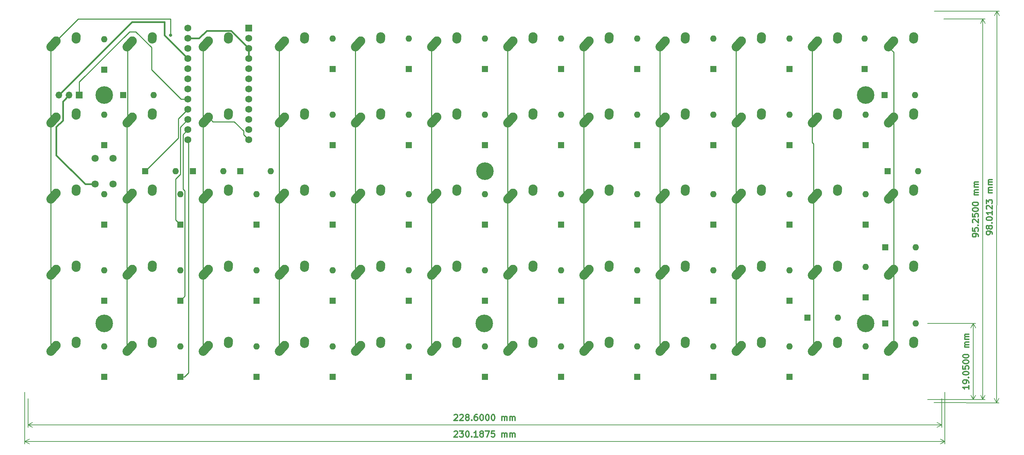
<source format=gtl>
G04 #@! TF.GenerationSoftware,KiCad,Pcbnew,(6.0.9)*
G04 #@! TF.CreationDate,2022-12-21T21:08:13+01:00*
G04 #@! TF.ProjectId,t-rex,742d7265-782e-46b6-9963-61645f706362,rev?*
G04 #@! TF.SameCoordinates,Original*
G04 #@! TF.FileFunction,Copper,L1,Top*
G04 #@! TF.FilePolarity,Positive*
%FSLAX46Y46*%
G04 Gerber Fmt 4.6, Leading zero omitted, Abs format (unit mm)*
G04 Created by KiCad (PCBNEW (6.0.9)) date 2022-12-21 21:08:13*
%MOMM*%
%LPD*%
G01*
G04 APERTURE LIST*
G04 Aperture macros list*
%AMHorizOval*
0 Thick line with rounded ends*
0 $1 width*
0 $2 $3 position (X,Y) of the first rounded end (center of the circle)*
0 $4 $5 position (X,Y) of the second rounded end (center of the circle)*
0 Add line between two ends*
20,1,$1,$2,$3,$4,$5,0*
0 Add two circle primitives to create the rounded ends*
1,1,$1,$2,$3*
1,1,$1,$4,$5*%
G04 Aperture macros list end*
%ADD10C,0.300000*%
G04 #@! TA.AperFunction,NonConductor*
%ADD11C,0.300000*%
G04 #@! TD*
G04 #@! TA.AperFunction,NonConductor*
%ADD12C,0.200000*%
G04 #@! TD*
G04 #@! TA.AperFunction,ComponentPad*
%ADD13C,4.400000*%
G04 #@! TD*
G04 #@! TA.AperFunction,ComponentPad*
%ADD14R,1.600000X1.600000*%
G04 #@! TD*
G04 #@! TA.AperFunction,ComponentPad*
%ADD15O,1.600000X1.600000*%
G04 #@! TD*
G04 #@! TA.AperFunction,ComponentPad*
%ADD16HorizOval,2.250000X0.655001X0.730000X-0.655001X-0.730000X0*%
G04 #@! TD*
G04 #@! TA.AperFunction,ComponentPad*
%ADD17C,2.250000*%
G04 #@! TD*
G04 #@! TA.AperFunction,ComponentPad*
%ADD18HorizOval,2.250000X0.020000X0.290000X-0.020000X-0.290000X0*%
G04 #@! TD*
G04 #@! TA.AperFunction,ComponentPad*
%ADD19R,1.700000X1.700000*%
G04 #@! TD*
G04 #@! TA.AperFunction,ComponentPad*
%ADD20O,1.700000X1.700000*%
G04 #@! TD*
G04 #@! TA.AperFunction,ComponentPad*
%ADD21C,1.800000*%
G04 #@! TD*
G04 #@! TA.AperFunction,ComponentPad*
%ADD22R,1.752600X1.752600*%
G04 #@! TD*
G04 #@! TA.AperFunction,ComponentPad*
%ADD23C,1.752600*%
G04 #@! TD*
G04 #@! TA.AperFunction,ViaPad*
%ADD24C,0.800000*%
G04 #@! TD*
G04 #@! TA.AperFunction,Conductor*
%ADD25C,0.250000*%
G04 #@! TD*
G04 #@! TA.AperFunction,Conductor*
%ADD26C,0.381000*%
G04 #@! TD*
G04 APERTURE END LIST*
D10*
D11*
X139994642Y-122933928D02*
X140066071Y-122862500D01*
X140208928Y-122791071D01*
X140566071Y-122791071D01*
X140708928Y-122862500D01*
X140780357Y-122933928D01*
X140851785Y-123076785D01*
X140851785Y-123219642D01*
X140780357Y-123433928D01*
X139923214Y-124291071D01*
X140851785Y-124291071D01*
X141423214Y-122933928D02*
X141494642Y-122862500D01*
X141637500Y-122791071D01*
X141994642Y-122791071D01*
X142137500Y-122862500D01*
X142208928Y-122933928D01*
X142280357Y-123076785D01*
X142280357Y-123219642D01*
X142208928Y-123433928D01*
X141351785Y-124291071D01*
X142280357Y-124291071D01*
X143137500Y-123433928D02*
X142994642Y-123362500D01*
X142923214Y-123291071D01*
X142851785Y-123148214D01*
X142851785Y-123076785D01*
X142923214Y-122933928D01*
X142994642Y-122862500D01*
X143137500Y-122791071D01*
X143423214Y-122791071D01*
X143566071Y-122862500D01*
X143637500Y-122933928D01*
X143708928Y-123076785D01*
X143708928Y-123148214D01*
X143637500Y-123291071D01*
X143566071Y-123362500D01*
X143423214Y-123433928D01*
X143137500Y-123433928D01*
X142994642Y-123505357D01*
X142923214Y-123576785D01*
X142851785Y-123719642D01*
X142851785Y-124005357D01*
X142923214Y-124148214D01*
X142994642Y-124219642D01*
X143137500Y-124291071D01*
X143423214Y-124291071D01*
X143566071Y-124219642D01*
X143637500Y-124148214D01*
X143708928Y-124005357D01*
X143708928Y-123719642D01*
X143637500Y-123576785D01*
X143566071Y-123505357D01*
X143423214Y-123433928D01*
X144351785Y-124148214D02*
X144423214Y-124219642D01*
X144351785Y-124291071D01*
X144280357Y-124219642D01*
X144351785Y-124148214D01*
X144351785Y-124291071D01*
X145708928Y-122791071D02*
X145423214Y-122791071D01*
X145280357Y-122862500D01*
X145208928Y-122933928D01*
X145066071Y-123148214D01*
X144994642Y-123433928D01*
X144994642Y-124005357D01*
X145066071Y-124148214D01*
X145137500Y-124219642D01*
X145280357Y-124291071D01*
X145566071Y-124291071D01*
X145708928Y-124219642D01*
X145780357Y-124148214D01*
X145851785Y-124005357D01*
X145851785Y-123648214D01*
X145780357Y-123505357D01*
X145708928Y-123433928D01*
X145566071Y-123362500D01*
X145280357Y-123362500D01*
X145137500Y-123433928D01*
X145066071Y-123505357D01*
X144994642Y-123648214D01*
X146780357Y-122791071D02*
X146923214Y-122791071D01*
X147066071Y-122862500D01*
X147137500Y-122933928D01*
X147208928Y-123076785D01*
X147280357Y-123362500D01*
X147280357Y-123719642D01*
X147208928Y-124005357D01*
X147137500Y-124148214D01*
X147066071Y-124219642D01*
X146923214Y-124291071D01*
X146780357Y-124291071D01*
X146637500Y-124219642D01*
X146566071Y-124148214D01*
X146494642Y-124005357D01*
X146423214Y-123719642D01*
X146423214Y-123362500D01*
X146494642Y-123076785D01*
X146566071Y-122933928D01*
X146637500Y-122862500D01*
X146780357Y-122791071D01*
X148208928Y-122791071D02*
X148351785Y-122791071D01*
X148494642Y-122862500D01*
X148566071Y-122933928D01*
X148637500Y-123076785D01*
X148708928Y-123362500D01*
X148708928Y-123719642D01*
X148637500Y-124005357D01*
X148566071Y-124148214D01*
X148494642Y-124219642D01*
X148351785Y-124291071D01*
X148208928Y-124291071D01*
X148066071Y-124219642D01*
X147994642Y-124148214D01*
X147923214Y-124005357D01*
X147851785Y-123719642D01*
X147851785Y-123362500D01*
X147923214Y-123076785D01*
X147994642Y-122933928D01*
X148066071Y-122862500D01*
X148208928Y-122791071D01*
X149637500Y-122791071D02*
X149780357Y-122791071D01*
X149923214Y-122862500D01*
X149994642Y-122933928D01*
X150066071Y-123076785D01*
X150137500Y-123362500D01*
X150137500Y-123719642D01*
X150066071Y-124005357D01*
X149994642Y-124148214D01*
X149923214Y-124219642D01*
X149780357Y-124291071D01*
X149637500Y-124291071D01*
X149494642Y-124219642D01*
X149423214Y-124148214D01*
X149351785Y-124005357D01*
X149280357Y-123719642D01*
X149280357Y-123362500D01*
X149351785Y-123076785D01*
X149423214Y-122933928D01*
X149494642Y-122862500D01*
X149637500Y-122791071D01*
X151923214Y-124291071D02*
X151923214Y-123291071D01*
X151923214Y-123433928D02*
X151994642Y-123362500D01*
X152137500Y-123291071D01*
X152351785Y-123291071D01*
X152494642Y-123362500D01*
X152566071Y-123505357D01*
X152566071Y-124291071D01*
X152566071Y-123505357D02*
X152637500Y-123362500D01*
X152780357Y-123291071D01*
X152994642Y-123291071D01*
X153137500Y-123362500D01*
X153208928Y-123505357D01*
X153208928Y-124291071D01*
X153923214Y-124291071D02*
X153923214Y-123291071D01*
X153923214Y-123433928D02*
X153994642Y-123362500D01*
X154137500Y-123291071D01*
X154351785Y-123291071D01*
X154494642Y-123362500D01*
X154566071Y-123505357D01*
X154566071Y-124291071D01*
X154566071Y-123505357D02*
X154637500Y-123362500D01*
X154780357Y-123291071D01*
X154994642Y-123291071D01*
X155137500Y-123362500D01*
X155208928Y-123505357D01*
X155208928Y-124291071D01*
D12*
X33337500Y-118768750D02*
X33337500Y-125998920D01*
X261937500Y-118768750D02*
X261937500Y-125998920D01*
X33337500Y-125412500D02*
X261937500Y-125412500D01*
X33337500Y-125412500D02*
X261937500Y-125412500D01*
X33337500Y-125412500D02*
X34464004Y-125998921D01*
X33337500Y-125412500D02*
X34464004Y-124826079D01*
X261937500Y-125412500D02*
X260810996Y-124826079D01*
X261937500Y-125412500D02*
X260810996Y-125998921D01*
D10*
D11*
X271134821Y-78223214D02*
X271134821Y-77937500D01*
X271063392Y-77794642D01*
X270991964Y-77723214D01*
X270777678Y-77580357D01*
X270491964Y-77508928D01*
X269920535Y-77508928D01*
X269777678Y-77580357D01*
X269706250Y-77651785D01*
X269634821Y-77794642D01*
X269634821Y-78080357D01*
X269706250Y-78223214D01*
X269777678Y-78294642D01*
X269920535Y-78366071D01*
X270277678Y-78366071D01*
X270420535Y-78294642D01*
X270491964Y-78223214D01*
X270563392Y-78080357D01*
X270563392Y-77794642D01*
X270491964Y-77651785D01*
X270420535Y-77580357D01*
X270277678Y-77508928D01*
X269634821Y-76151785D02*
X269634821Y-76866071D01*
X270349107Y-76937500D01*
X270277678Y-76866071D01*
X270206250Y-76723214D01*
X270206250Y-76366071D01*
X270277678Y-76223214D01*
X270349107Y-76151785D01*
X270491964Y-76080357D01*
X270849107Y-76080357D01*
X270991964Y-76151785D01*
X271063392Y-76223214D01*
X271134821Y-76366071D01*
X271134821Y-76723214D01*
X271063392Y-76866071D01*
X270991964Y-76937500D01*
X270991964Y-75437500D02*
X271063392Y-75366071D01*
X271134821Y-75437500D01*
X271063392Y-75508928D01*
X270991964Y-75437500D01*
X271134821Y-75437500D01*
X269777678Y-74794642D02*
X269706250Y-74723214D01*
X269634821Y-74580357D01*
X269634821Y-74223214D01*
X269706250Y-74080357D01*
X269777678Y-74008928D01*
X269920535Y-73937500D01*
X270063392Y-73937500D01*
X270277678Y-74008928D01*
X271134821Y-74866071D01*
X271134821Y-73937500D01*
X269634821Y-72580357D02*
X269634821Y-73294642D01*
X270349107Y-73366071D01*
X270277678Y-73294642D01*
X270206250Y-73151785D01*
X270206250Y-72794642D01*
X270277678Y-72651785D01*
X270349107Y-72580357D01*
X270491964Y-72508928D01*
X270849107Y-72508928D01*
X270991964Y-72580357D01*
X271063392Y-72651785D01*
X271134821Y-72794642D01*
X271134821Y-73151785D01*
X271063392Y-73294642D01*
X270991964Y-73366071D01*
X269634821Y-71580357D02*
X269634821Y-71437500D01*
X269706250Y-71294642D01*
X269777678Y-71223214D01*
X269920535Y-71151785D01*
X270206250Y-71080357D01*
X270563392Y-71080357D01*
X270849107Y-71151785D01*
X270991964Y-71223214D01*
X271063392Y-71294642D01*
X271134821Y-71437500D01*
X271134821Y-71580357D01*
X271063392Y-71723214D01*
X270991964Y-71794642D01*
X270849107Y-71866071D01*
X270563392Y-71937500D01*
X270206250Y-71937500D01*
X269920535Y-71866071D01*
X269777678Y-71794642D01*
X269706250Y-71723214D01*
X269634821Y-71580357D01*
X269634821Y-70151785D02*
X269634821Y-70008928D01*
X269706250Y-69866071D01*
X269777678Y-69794642D01*
X269920535Y-69723214D01*
X270206250Y-69651785D01*
X270563392Y-69651785D01*
X270849107Y-69723214D01*
X270991964Y-69794642D01*
X271063392Y-69866071D01*
X271134821Y-70008928D01*
X271134821Y-70151785D01*
X271063392Y-70294642D01*
X270991964Y-70366071D01*
X270849107Y-70437500D01*
X270563392Y-70508928D01*
X270206250Y-70508928D01*
X269920535Y-70437500D01*
X269777678Y-70366071D01*
X269706250Y-70294642D01*
X269634821Y-70151785D01*
X271134821Y-67866071D02*
X270134821Y-67866071D01*
X270277678Y-67866071D02*
X270206250Y-67794642D01*
X270134821Y-67651785D01*
X270134821Y-67437500D01*
X270206250Y-67294642D01*
X270349107Y-67223214D01*
X271134821Y-67223214D01*
X270349107Y-67223214D02*
X270206250Y-67151785D01*
X270134821Y-67008928D01*
X270134821Y-66794642D01*
X270206250Y-66651785D01*
X270349107Y-66580357D01*
X271134821Y-66580357D01*
X271134821Y-65866071D02*
X270134821Y-65866071D01*
X270277678Y-65866071D02*
X270206250Y-65794642D01*
X270134821Y-65651785D01*
X270134821Y-65437500D01*
X270206250Y-65294642D01*
X270349107Y-65223214D01*
X271134821Y-65223214D01*
X270349107Y-65223214D02*
X270206250Y-65151785D01*
X270134821Y-65008928D01*
X270134821Y-64794642D01*
X270206250Y-64651785D01*
X270349107Y-64580357D01*
X271134821Y-64580357D01*
D12*
X262437500Y-23812500D02*
X272842670Y-23812500D01*
X262437500Y-119062500D02*
X272842670Y-119062500D01*
X272256250Y-23812500D02*
X272256250Y-119062500D01*
X272256250Y-23812500D02*
X272256250Y-119062500D01*
X272256250Y-23812500D02*
X271669829Y-24939004D01*
X272256250Y-23812500D02*
X272842671Y-24939004D01*
X272256250Y-119062500D02*
X272842671Y-117935996D01*
X272256250Y-119062500D02*
X271669829Y-117935996D01*
D10*
D11*
X268753571Y-115608928D02*
X268753571Y-116466071D01*
X268753571Y-116037500D02*
X267253571Y-116037500D01*
X267467857Y-116180357D01*
X267610714Y-116323214D01*
X267682142Y-116466071D01*
X268753571Y-114894642D02*
X268753571Y-114608928D01*
X268682142Y-114466071D01*
X268610714Y-114394642D01*
X268396428Y-114251785D01*
X268110714Y-114180357D01*
X267539285Y-114180357D01*
X267396428Y-114251785D01*
X267325000Y-114323214D01*
X267253571Y-114466071D01*
X267253571Y-114751785D01*
X267325000Y-114894642D01*
X267396428Y-114966071D01*
X267539285Y-115037500D01*
X267896428Y-115037500D01*
X268039285Y-114966071D01*
X268110714Y-114894642D01*
X268182142Y-114751785D01*
X268182142Y-114466071D01*
X268110714Y-114323214D01*
X268039285Y-114251785D01*
X267896428Y-114180357D01*
X268610714Y-113537500D02*
X268682142Y-113466071D01*
X268753571Y-113537500D01*
X268682142Y-113608928D01*
X268610714Y-113537500D01*
X268753571Y-113537500D01*
X267253571Y-112537500D02*
X267253571Y-112394642D01*
X267325000Y-112251785D01*
X267396428Y-112180357D01*
X267539285Y-112108928D01*
X267825000Y-112037500D01*
X268182142Y-112037500D01*
X268467857Y-112108928D01*
X268610714Y-112180357D01*
X268682142Y-112251785D01*
X268753571Y-112394642D01*
X268753571Y-112537500D01*
X268682142Y-112680357D01*
X268610714Y-112751785D01*
X268467857Y-112823214D01*
X268182142Y-112894642D01*
X267825000Y-112894642D01*
X267539285Y-112823214D01*
X267396428Y-112751785D01*
X267325000Y-112680357D01*
X267253571Y-112537500D01*
X267253571Y-110680357D02*
X267253571Y-111394642D01*
X267967857Y-111466071D01*
X267896428Y-111394642D01*
X267825000Y-111251785D01*
X267825000Y-110894642D01*
X267896428Y-110751785D01*
X267967857Y-110680357D01*
X268110714Y-110608928D01*
X268467857Y-110608928D01*
X268610714Y-110680357D01*
X268682142Y-110751785D01*
X268753571Y-110894642D01*
X268753571Y-111251785D01*
X268682142Y-111394642D01*
X268610714Y-111466071D01*
X267253571Y-109680357D02*
X267253571Y-109537500D01*
X267325000Y-109394642D01*
X267396428Y-109323214D01*
X267539285Y-109251785D01*
X267825000Y-109180357D01*
X268182142Y-109180357D01*
X268467857Y-109251785D01*
X268610714Y-109323214D01*
X268682142Y-109394642D01*
X268753571Y-109537500D01*
X268753571Y-109680357D01*
X268682142Y-109823214D01*
X268610714Y-109894642D01*
X268467857Y-109966071D01*
X268182142Y-110037500D01*
X267825000Y-110037500D01*
X267539285Y-109966071D01*
X267396428Y-109894642D01*
X267325000Y-109823214D01*
X267253571Y-109680357D01*
X267253571Y-108251785D02*
X267253571Y-108108928D01*
X267325000Y-107966071D01*
X267396428Y-107894642D01*
X267539285Y-107823214D01*
X267825000Y-107751785D01*
X268182142Y-107751785D01*
X268467857Y-107823214D01*
X268610714Y-107894642D01*
X268682142Y-107966071D01*
X268753571Y-108108928D01*
X268753571Y-108251785D01*
X268682142Y-108394642D01*
X268610714Y-108466071D01*
X268467857Y-108537500D01*
X268182142Y-108608928D01*
X267825000Y-108608928D01*
X267539285Y-108537500D01*
X267396428Y-108466071D01*
X267325000Y-108394642D01*
X267253571Y-108251785D01*
X268753571Y-105966071D02*
X267753571Y-105966071D01*
X267896428Y-105966071D02*
X267825000Y-105894642D01*
X267753571Y-105751785D01*
X267753571Y-105537500D01*
X267825000Y-105394642D01*
X267967857Y-105323214D01*
X268753571Y-105323214D01*
X267967857Y-105323214D02*
X267825000Y-105251785D01*
X267753571Y-105108928D01*
X267753571Y-104894642D01*
X267825000Y-104751785D01*
X267967857Y-104680357D01*
X268753571Y-104680357D01*
X268753571Y-103966071D02*
X267753571Y-103966071D01*
X267896428Y-103966071D02*
X267825000Y-103894642D01*
X267753571Y-103751785D01*
X267753571Y-103537500D01*
X267825000Y-103394642D01*
X267967857Y-103323214D01*
X268753571Y-103323214D01*
X267967857Y-103323214D02*
X267825000Y-103251785D01*
X267753571Y-103108928D01*
X267753571Y-102894642D01*
X267825000Y-102751785D01*
X267967857Y-102680357D01*
X268753571Y-102680357D01*
D12*
X258373500Y-100012500D02*
X270461420Y-100012500D01*
X258373500Y-119062500D02*
X270461420Y-119062500D01*
X269875000Y-100012500D02*
X269875000Y-119062500D01*
X269875000Y-100012500D02*
X269875000Y-119062500D01*
X269875000Y-100012500D02*
X269288579Y-101139004D01*
X269875000Y-100012500D02*
X270461421Y-101139004D01*
X269875000Y-119062500D02*
X270461421Y-117935996D01*
X269875000Y-119062500D02*
X269288579Y-117935996D01*
D10*
D11*
X274609297Y-77640710D02*
X274609389Y-77354996D01*
X274538007Y-77212116D01*
X274466602Y-77140664D01*
X274252362Y-76997737D01*
X273966671Y-76926216D01*
X273395242Y-76926031D01*
X273252362Y-76997414D01*
X273180910Y-77068819D01*
X273109436Y-77211653D01*
X273109343Y-77497367D01*
X273180725Y-77640247D01*
X273252131Y-77711699D01*
X273394965Y-77783174D01*
X273752108Y-77783290D01*
X273894988Y-77711907D01*
X273966440Y-77640502D01*
X274037914Y-77497668D01*
X274038007Y-77211954D01*
X273966625Y-77069073D01*
X273895219Y-76997622D01*
X273752385Y-76926147D01*
X273752663Y-76069004D02*
X273681188Y-76211838D01*
X273609736Y-76283244D01*
X273466856Y-76354626D01*
X273395428Y-76354603D01*
X273252594Y-76283128D01*
X273181188Y-76211676D01*
X273109806Y-76068796D01*
X273109898Y-75783082D01*
X273181373Y-75640248D01*
X273252825Y-75568842D01*
X273395705Y-75497460D01*
X273467134Y-75497483D01*
X273609968Y-75568958D01*
X273681373Y-75640410D01*
X273752756Y-75783290D01*
X273752663Y-76069004D01*
X273824045Y-76211884D01*
X273895451Y-76283336D01*
X274038285Y-76354811D01*
X274323999Y-76354903D01*
X274466879Y-76283521D01*
X274538331Y-76212116D01*
X274609806Y-76069282D01*
X274609898Y-75783567D01*
X274538516Y-75640687D01*
X274467111Y-75569236D01*
X274324277Y-75497761D01*
X274038562Y-75497668D01*
X273895682Y-75569050D01*
X273824230Y-75640456D01*
X273752756Y-75783290D01*
X274467342Y-74854950D02*
X274538794Y-74783544D01*
X274610199Y-74854996D01*
X274538747Y-74926402D01*
X274467342Y-74854950D01*
X274610199Y-74854996D01*
X273110523Y-73854510D02*
X273110569Y-73711653D01*
X273182044Y-73568819D01*
X273253496Y-73497414D01*
X273396376Y-73426031D01*
X273682114Y-73354695D01*
X274039257Y-73354811D01*
X274324948Y-73426332D01*
X274467782Y-73497807D01*
X274539187Y-73569259D01*
X274610569Y-73712139D01*
X274610523Y-73854996D01*
X274539048Y-73997830D01*
X274467597Y-74069236D01*
X274324716Y-74140618D01*
X274038979Y-74211954D01*
X273681836Y-74211838D01*
X273396145Y-74140317D01*
X273253311Y-74068842D01*
X273181905Y-73997391D01*
X273110523Y-73854510D01*
X274611148Y-71926425D02*
X274610870Y-72783568D01*
X274611009Y-72354996D02*
X273111009Y-72354510D01*
X273325248Y-72497437D01*
X273468059Y-72640340D01*
X273539442Y-72783221D01*
X273254190Y-71354557D02*
X273182785Y-71283105D01*
X273111402Y-71140225D01*
X273111518Y-70783082D01*
X273182993Y-70640248D01*
X273254445Y-70568842D01*
X273397325Y-70497460D01*
X273540182Y-70497506D01*
X273754445Y-70569004D01*
X274611310Y-71426425D01*
X274611611Y-70497853D01*
X273111773Y-69997368D02*
X273112073Y-69068796D01*
X273683340Y-69568981D01*
X273683409Y-69354696D01*
X273754884Y-69211862D01*
X273826336Y-69140456D01*
X273969216Y-69069074D01*
X274326359Y-69069190D01*
X274469193Y-69140664D01*
X274540599Y-69212116D01*
X274611981Y-69354996D01*
X274611842Y-69783568D01*
X274540367Y-69926402D01*
X274468915Y-69997807D01*
X274612652Y-67283568D02*
X273612652Y-67283244D01*
X273755509Y-67283290D02*
X273684104Y-67211839D01*
X273612721Y-67068958D01*
X273612791Y-66854673D01*
X273684266Y-66711839D01*
X273827146Y-66640456D01*
X274612860Y-66640711D01*
X273827146Y-66640456D02*
X273684312Y-66568981D01*
X273612930Y-66426101D01*
X273612999Y-66211815D01*
X273684474Y-66068981D01*
X273827354Y-65997599D01*
X274613068Y-65997854D01*
X274613300Y-65283568D02*
X273613300Y-65283244D01*
X273756157Y-65283290D02*
X273684751Y-65211839D01*
X273613369Y-65068958D01*
X273613439Y-64854673D01*
X273684913Y-64711839D01*
X273827794Y-64640456D01*
X274613508Y-64640711D01*
X273827794Y-64640456D02*
X273684960Y-64568982D01*
X273613577Y-64426101D01*
X273613647Y-64211816D01*
X273685122Y-64068982D01*
X273828002Y-63997599D01*
X274613716Y-63997854D01*
D12*
X260088000Y-21844163D02*
X276335219Y-21849426D01*
X260056250Y-119856412D02*
X276303469Y-119861675D01*
X275748799Y-21849236D02*
X275717049Y-119861485D01*
X275748799Y-21849236D02*
X275717049Y-119861485D01*
X275748799Y-21849236D02*
X275162013Y-22975550D01*
X275748799Y-21849236D02*
X276334855Y-22975930D01*
X275717049Y-119861485D02*
X276303835Y-118735171D01*
X275717049Y-119861485D02*
X275130993Y-118734791D01*
D10*
D11*
X139994642Y-127061428D02*
X140066071Y-126990000D01*
X140208928Y-126918571D01*
X140566071Y-126918571D01*
X140708928Y-126990000D01*
X140780357Y-127061428D01*
X140851785Y-127204285D01*
X140851785Y-127347142D01*
X140780357Y-127561428D01*
X139923214Y-128418571D01*
X140851785Y-128418571D01*
X141351785Y-126918571D02*
X142280357Y-126918571D01*
X141780357Y-127490000D01*
X141994642Y-127490000D01*
X142137500Y-127561428D01*
X142208928Y-127632857D01*
X142280357Y-127775714D01*
X142280357Y-128132857D01*
X142208928Y-128275714D01*
X142137500Y-128347142D01*
X141994642Y-128418571D01*
X141566071Y-128418571D01*
X141423214Y-128347142D01*
X141351785Y-128275714D01*
X143208928Y-126918571D02*
X143351785Y-126918571D01*
X143494642Y-126990000D01*
X143566071Y-127061428D01*
X143637500Y-127204285D01*
X143708928Y-127490000D01*
X143708928Y-127847142D01*
X143637500Y-128132857D01*
X143566071Y-128275714D01*
X143494642Y-128347142D01*
X143351785Y-128418571D01*
X143208928Y-128418571D01*
X143066071Y-128347142D01*
X142994642Y-128275714D01*
X142923214Y-128132857D01*
X142851785Y-127847142D01*
X142851785Y-127490000D01*
X142923214Y-127204285D01*
X142994642Y-127061428D01*
X143066071Y-126990000D01*
X143208928Y-126918571D01*
X144351785Y-128275714D02*
X144423214Y-128347142D01*
X144351785Y-128418571D01*
X144280357Y-128347142D01*
X144351785Y-128275714D01*
X144351785Y-128418571D01*
X145851785Y-128418571D02*
X144994642Y-128418571D01*
X145423214Y-128418571D02*
X145423214Y-126918571D01*
X145280357Y-127132857D01*
X145137500Y-127275714D01*
X144994642Y-127347142D01*
X146708928Y-127561428D02*
X146566071Y-127490000D01*
X146494642Y-127418571D01*
X146423214Y-127275714D01*
X146423214Y-127204285D01*
X146494642Y-127061428D01*
X146566071Y-126990000D01*
X146708928Y-126918571D01*
X146994642Y-126918571D01*
X147137500Y-126990000D01*
X147208928Y-127061428D01*
X147280357Y-127204285D01*
X147280357Y-127275714D01*
X147208928Y-127418571D01*
X147137500Y-127490000D01*
X146994642Y-127561428D01*
X146708928Y-127561428D01*
X146566071Y-127632857D01*
X146494642Y-127704285D01*
X146423214Y-127847142D01*
X146423214Y-128132857D01*
X146494642Y-128275714D01*
X146566071Y-128347142D01*
X146708928Y-128418571D01*
X146994642Y-128418571D01*
X147137500Y-128347142D01*
X147208928Y-128275714D01*
X147280357Y-128132857D01*
X147280357Y-127847142D01*
X147208928Y-127704285D01*
X147137500Y-127632857D01*
X146994642Y-127561428D01*
X147780357Y-126918571D02*
X148780357Y-126918571D01*
X148137500Y-128418571D01*
X150066071Y-126918571D02*
X149351785Y-126918571D01*
X149280357Y-127632857D01*
X149351785Y-127561428D01*
X149494642Y-127490000D01*
X149851785Y-127490000D01*
X149994642Y-127561428D01*
X150066071Y-127632857D01*
X150137500Y-127775714D01*
X150137500Y-128132857D01*
X150066071Y-128275714D01*
X149994642Y-128347142D01*
X149851785Y-128418571D01*
X149494642Y-128418571D01*
X149351785Y-128347142D01*
X149280357Y-128275714D01*
X151923214Y-128418571D02*
X151923214Y-127418571D01*
X151923214Y-127561428D02*
X151994642Y-127490000D01*
X152137500Y-127418571D01*
X152351785Y-127418571D01*
X152494642Y-127490000D01*
X152566071Y-127632857D01*
X152566071Y-128418571D01*
X152566071Y-127632857D02*
X152637500Y-127490000D01*
X152780357Y-127418571D01*
X152994642Y-127418571D01*
X153137500Y-127490000D01*
X153208928Y-127632857D01*
X153208928Y-128418571D01*
X153923214Y-128418571D02*
X153923214Y-127418571D01*
X153923214Y-127561428D02*
X153994642Y-127490000D01*
X154137500Y-127418571D01*
X154351785Y-127418571D01*
X154494642Y-127490000D01*
X154566071Y-127632857D01*
X154566071Y-128418571D01*
X154566071Y-127632857D02*
X154637500Y-127490000D01*
X154780357Y-127418571D01*
X154994642Y-127418571D01*
X155137500Y-127490000D01*
X155208928Y-127632857D01*
X155208928Y-128418571D01*
D12*
X32543750Y-117181250D02*
X32543750Y-130126420D01*
X262731250Y-117181250D02*
X262731250Y-130126420D01*
X32543750Y-129540000D02*
X262731250Y-129540000D01*
X32543750Y-129540000D02*
X262731250Y-129540000D01*
X32543750Y-129540000D02*
X33670254Y-130126421D01*
X32543750Y-129540000D02*
X33670254Y-128953579D01*
X262731250Y-129540000D02*
X261604746Y-128953579D01*
X262731250Y-129540000D02*
X261604746Y-130126421D01*
D13*
X242887500Y-42862500D03*
X242887500Y-100012500D03*
X147486914Y-100010649D03*
X147637500Y-61912500D03*
X52387500Y-100012500D03*
X52387500Y-42862500D03*
D14*
X57150000Y-42862500D03*
D15*
X64770000Y-42862500D03*
D16*
X211157501Y-87217500D03*
D17*
X211812500Y-86487500D03*
X216852500Y-85407500D03*
D18*
X216832500Y-85697500D03*
D14*
X242697000Y-36322000D03*
D15*
X242697000Y-28702000D03*
D17*
X59412500Y-86487500D03*
D16*
X58757501Y-87217500D03*
D18*
X64432500Y-85697500D03*
D17*
X64452500Y-85407500D03*
D19*
X46196250Y-42862500D03*
D20*
X43656250Y-42862500D03*
X41116250Y-42862500D03*
D14*
X242887500Y-75247500D03*
D15*
X242887500Y-67627500D03*
D16*
X154007501Y-30067500D03*
D17*
X154662500Y-29337500D03*
X159702500Y-28257500D03*
D18*
X159682500Y-28547500D03*
D14*
X204787500Y-75247500D03*
D15*
X204787500Y-67627500D03*
D14*
X242887500Y-113347500D03*
D15*
X242887500Y-105727500D03*
D16*
X249257501Y-87217500D03*
D17*
X249912500Y-86487500D03*
D18*
X254932500Y-85697500D03*
D17*
X254952500Y-85407500D03*
D14*
X109537500Y-55403750D03*
D15*
X109537500Y-47783750D03*
D17*
X154662500Y-48387500D03*
D16*
X154007501Y-49117500D03*
D18*
X159682500Y-47597500D03*
D17*
X159702500Y-47307500D03*
D14*
X166687500Y-94297500D03*
D15*
X166687500Y-86677500D03*
D14*
X147637500Y-94297500D03*
D15*
X147637500Y-86677500D03*
D17*
X97512500Y-48387500D03*
D16*
X96857501Y-49117500D03*
D18*
X102532500Y-47597500D03*
D17*
X102552500Y-47307500D03*
X135612500Y-105537500D03*
D16*
X134957501Y-106267500D03*
D18*
X140632500Y-104747500D03*
D17*
X140652500Y-104457500D03*
D16*
X134957501Y-87217500D03*
D17*
X135612500Y-86487500D03*
D18*
X140632500Y-85697500D03*
D17*
X140652500Y-85407500D03*
D14*
X109537500Y-36353750D03*
D15*
X109537500Y-28733750D03*
D17*
X154662500Y-86487500D03*
D16*
X154007501Y-87217500D03*
D17*
X159702500Y-85407500D03*
D18*
X159682500Y-85697500D03*
D17*
X173712500Y-48387500D03*
D16*
X173057501Y-49117500D03*
D17*
X178752500Y-47307500D03*
D18*
X178732500Y-47597500D03*
D17*
X116562500Y-48387500D03*
D16*
X115907501Y-49117500D03*
D17*
X121602500Y-47307500D03*
D18*
X121582500Y-47597500D03*
D14*
X128587500Y-94297500D03*
D15*
X128587500Y-86677500D03*
D17*
X173712500Y-86487500D03*
D16*
X173057501Y-87217500D03*
D18*
X178732500Y-85697500D03*
D17*
X178752500Y-85407500D03*
D14*
X128587500Y-113347500D03*
D15*
X128587500Y-105727500D03*
D14*
X185737500Y-113347500D03*
D15*
X185737500Y-105727500D03*
D16*
X58757501Y-68167500D03*
D17*
X59412500Y-67437500D03*
X64452500Y-66357500D03*
D18*
X64432500Y-66647500D03*
D16*
X192107501Y-49117500D03*
D17*
X192762500Y-48387500D03*
D18*
X197782500Y-47597500D03*
D17*
X197802500Y-47307500D03*
D14*
X223837500Y-36353750D03*
D15*
X223837500Y-28733750D03*
D14*
X247808750Y-100012500D03*
D15*
X255428750Y-100012500D03*
D14*
X71437500Y-113347500D03*
D15*
X71437500Y-105727500D03*
D16*
X173057501Y-30067500D03*
D17*
X173712500Y-29337500D03*
D18*
X178732500Y-28547500D03*
D17*
X178752500Y-28257500D03*
D14*
X204787500Y-94297500D03*
D15*
X204787500Y-86677500D03*
D17*
X116562500Y-29337500D03*
D16*
X115907501Y-30067500D03*
D17*
X121602500Y-28257500D03*
D18*
X121582500Y-28547500D03*
D17*
X192762500Y-86487500D03*
D16*
X192107501Y-87217500D03*
D17*
X197802500Y-85407500D03*
D18*
X197782500Y-85697500D03*
D14*
X71437500Y-94297500D03*
D15*
X71437500Y-86677500D03*
D14*
X185737500Y-75247500D03*
D15*
X185737500Y-67627500D03*
D14*
X147637500Y-36353750D03*
D15*
X147637500Y-28733750D03*
D14*
X204787500Y-36353750D03*
D15*
X204787500Y-28733750D03*
D14*
X62706250Y-61912500D03*
D15*
X70326250Y-61912500D03*
D17*
X78462500Y-67437500D03*
D16*
X77807501Y-68167500D03*
D18*
X83482500Y-66647500D03*
D17*
X83502500Y-66357500D03*
D16*
X230207501Y-68167500D03*
D17*
X230862500Y-67437500D03*
X235902500Y-66357500D03*
D18*
X235882500Y-66647500D03*
D14*
X228346000Y-98552000D03*
D15*
X235966000Y-98552000D03*
D17*
X154662500Y-105537500D03*
D16*
X154007501Y-106267500D03*
D18*
X159682500Y-104747500D03*
D17*
X159702500Y-104457500D03*
D14*
X52387500Y-75247500D03*
D15*
X52387500Y-67627500D03*
D14*
X223837500Y-94297500D03*
D15*
X223837500Y-86677500D03*
D16*
X230207501Y-106267500D03*
D17*
X230862500Y-105537500D03*
X235902500Y-104457500D03*
D18*
X235882500Y-104747500D03*
D14*
X248443750Y-61912500D03*
D15*
X256063750Y-61912500D03*
D17*
X135612500Y-29337500D03*
D16*
X134957501Y-30067500D03*
D17*
X140652500Y-28257500D03*
D18*
X140632500Y-28547500D03*
D17*
X230862500Y-29337500D03*
D16*
X230207501Y-30067500D03*
D17*
X235902500Y-28257500D03*
D18*
X235882500Y-28547500D03*
D16*
X211157501Y-30067500D03*
D17*
X211812500Y-29337500D03*
D18*
X216832500Y-28547500D03*
D17*
X216852500Y-28257500D03*
D16*
X58757501Y-30067500D03*
D17*
X59412500Y-29337500D03*
D18*
X64432500Y-28547500D03*
D17*
X64452500Y-28257500D03*
X78462500Y-105537500D03*
D16*
X77807501Y-106267500D03*
D18*
X83482500Y-104747500D03*
D17*
X83502500Y-104457500D03*
D14*
X128587500Y-36353750D03*
D15*
X128587500Y-28733750D03*
D14*
X109537500Y-113347500D03*
D15*
X109537500Y-105727500D03*
D17*
X78462500Y-86487500D03*
D16*
X77807501Y-87217500D03*
D17*
X83502500Y-85407500D03*
D18*
X83482500Y-85697500D03*
D16*
X115907501Y-68167500D03*
D17*
X116562500Y-67437500D03*
D18*
X121582500Y-66647500D03*
D17*
X121602500Y-66357500D03*
X59412500Y-48387500D03*
D16*
X58757501Y-49117500D03*
D18*
X64432500Y-47597500D03*
D17*
X64452500Y-47307500D03*
X211812500Y-105537500D03*
D16*
X211157501Y-106267500D03*
D17*
X216852500Y-104457500D03*
D18*
X216832500Y-104747500D03*
D17*
X40362500Y-86487500D03*
D16*
X39707501Y-87217500D03*
D18*
X45382500Y-85697500D03*
D17*
X45402500Y-85407500D03*
D14*
X223837500Y-55403750D03*
D15*
X223837500Y-47783750D03*
D14*
X52387500Y-55403750D03*
D15*
X52387500Y-47783750D03*
D16*
X249257501Y-30067500D03*
D17*
X249912500Y-29337500D03*
X254952500Y-28257500D03*
D18*
X254932500Y-28547500D03*
D17*
X40362500Y-29337500D03*
D16*
X39707501Y-30067500D03*
D18*
X45382500Y-28547500D03*
D17*
X45402500Y-28257500D03*
D14*
X52387500Y-113347500D03*
D15*
X52387500Y-105727500D03*
D14*
X185737500Y-55403750D03*
D15*
X185737500Y-47783750D03*
D17*
X116562500Y-86487500D03*
D16*
X115907501Y-87217500D03*
D17*
X121602500Y-85407500D03*
D18*
X121582500Y-85697500D03*
D14*
X166687500Y-75247500D03*
D15*
X166687500Y-67627500D03*
D14*
X86487000Y-61912500D03*
D15*
X94107000Y-61912500D03*
D17*
X230862500Y-86487500D03*
D16*
X230207501Y-87217500D03*
D18*
X235882500Y-85697500D03*
D17*
X235902500Y-85407500D03*
D16*
X211157501Y-68167500D03*
D17*
X211812500Y-67437500D03*
D18*
X216832500Y-66647500D03*
D17*
X216852500Y-66357500D03*
D14*
X147637500Y-75247500D03*
D15*
X147637500Y-67627500D03*
D14*
X71437500Y-75247500D03*
D15*
X71437500Y-67627500D03*
D14*
X90487500Y-113347500D03*
D15*
X90487500Y-105727500D03*
D14*
X204787500Y-55403750D03*
D15*
X204787500Y-47783750D03*
D14*
X147637500Y-113347500D03*
D15*
X147637500Y-105727500D03*
D14*
X74612500Y-61912500D03*
D15*
X82232500Y-61912500D03*
D16*
X249257501Y-68167500D03*
D17*
X249912500Y-67437500D03*
D18*
X254932500Y-66647500D03*
D17*
X254952500Y-66357500D03*
X192762500Y-29337500D03*
D16*
X192107501Y-30067500D03*
D17*
X197802500Y-28257500D03*
D18*
X197782500Y-28547500D03*
D14*
X52387500Y-94297500D03*
D15*
X52387500Y-86677500D03*
D14*
X185737500Y-36353750D03*
D15*
X185737500Y-28733750D03*
D16*
X249257501Y-49117500D03*
D17*
X249912500Y-48387500D03*
D18*
X254932500Y-47597500D03*
D17*
X254952500Y-47307500D03*
D16*
X39707501Y-68167500D03*
D17*
X40362500Y-67437500D03*
D18*
X45382500Y-66647500D03*
D17*
X45402500Y-66357500D03*
D16*
X96857501Y-30067500D03*
D17*
X97512500Y-29337500D03*
X102552500Y-28257500D03*
D18*
X102532500Y-28547500D03*
D17*
X154662500Y-67437500D03*
D16*
X154007501Y-68167500D03*
D17*
X159702500Y-66357500D03*
D18*
X159682500Y-66647500D03*
D16*
X58757501Y-106267500D03*
D17*
X59412500Y-105537500D03*
X64452500Y-104457500D03*
D18*
X64432500Y-104747500D03*
D16*
X39707501Y-106267500D03*
D17*
X40362500Y-105537500D03*
D18*
X45382500Y-104747500D03*
D17*
X45402500Y-104457500D03*
D16*
X134957501Y-68167500D03*
D17*
X135612500Y-67437500D03*
D18*
X140632500Y-66647500D03*
D17*
X140652500Y-66357500D03*
D14*
X128587500Y-75247500D03*
D15*
X128587500Y-67627500D03*
D17*
X192762500Y-67437500D03*
D16*
X192107501Y-68167500D03*
D18*
X197782500Y-66647500D03*
D17*
X197802500Y-66357500D03*
D16*
X134957501Y-49117500D03*
D17*
X135612500Y-48387500D03*
D18*
X140632500Y-47597500D03*
D17*
X140652500Y-47307500D03*
D14*
X128587500Y-55403750D03*
D15*
X128587500Y-47783750D03*
D16*
X249257501Y-106267500D03*
D17*
X249912500Y-105537500D03*
D18*
X254932500Y-104747500D03*
D17*
X254952500Y-104457500D03*
D14*
X166687500Y-55403750D03*
D15*
X166687500Y-47783750D03*
D14*
X223837500Y-113347500D03*
D15*
X223837500Y-105727500D03*
D14*
X223837500Y-75247500D03*
D15*
X223837500Y-67627500D03*
D14*
X109537500Y-94297500D03*
D15*
X109537500Y-86677500D03*
D14*
X90487500Y-75247500D03*
D15*
X90487500Y-67627500D03*
D17*
X97512500Y-86487500D03*
D16*
X96857501Y-87217500D03*
D18*
X102532500Y-85697500D03*
D17*
X102552500Y-85407500D03*
D14*
X247808750Y-80962500D03*
D15*
X255428750Y-80962500D03*
D17*
X116562500Y-105537500D03*
D16*
X115907501Y-106267500D03*
D18*
X121582500Y-104747500D03*
D17*
X121602500Y-104457500D03*
D14*
X166687500Y-36353750D03*
D15*
X166687500Y-28733750D03*
D14*
X166687500Y-113347500D03*
D15*
X166687500Y-105727500D03*
D14*
X52387500Y-36512500D03*
D15*
X52387500Y-28892500D03*
D14*
X204787500Y-113347500D03*
D15*
X204787500Y-105727500D03*
D14*
X247650000Y-42862500D03*
D15*
X255270000Y-42862500D03*
D14*
X109537500Y-75247500D03*
D15*
X109537500Y-67627500D03*
D14*
X90487500Y-94297500D03*
D15*
X90487500Y-86677500D03*
D14*
X147637500Y-55403750D03*
D15*
X147637500Y-47783750D03*
D17*
X97512500Y-67437500D03*
D16*
X96857501Y-68167500D03*
D18*
X102532500Y-66647500D03*
D17*
X102552500Y-66357500D03*
D16*
X173057501Y-106267500D03*
D17*
X173712500Y-105537500D03*
D18*
X178732500Y-104747500D03*
D17*
X178752500Y-104457500D03*
D14*
X242887500Y-55403750D03*
D15*
X242887500Y-47783750D03*
D14*
X185737500Y-94297500D03*
D15*
X185737500Y-86677500D03*
D17*
X230862500Y-48387500D03*
D16*
X230207501Y-49117500D03*
D17*
X235902500Y-47307500D03*
D18*
X235882500Y-47597500D03*
D14*
X242887500Y-93503750D03*
D15*
X242887500Y-85883750D03*
D17*
X40362500Y-48387500D03*
D16*
X39707501Y-49117500D03*
D18*
X45382500Y-47597500D03*
D17*
X45402500Y-47307500D03*
D16*
X192107501Y-106267500D03*
D17*
X192762500Y-105537500D03*
D18*
X197782500Y-104747500D03*
D17*
X197802500Y-104457500D03*
D16*
X77807501Y-49117500D03*
D17*
X78462500Y-48387500D03*
X83502500Y-47307500D03*
D18*
X83482500Y-47597500D03*
D16*
X96857501Y-106267500D03*
D17*
X97512500Y-105537500D03*
D18*
X102532500Y-104747500D03*
D17*
X102552500Y-104457500D03*
D16*
X77807501Y-30067500D03*
D17*
X78462500Y-29337500D03*
X83502500Y-28257500D03*
D18*
X83482500Y-28547500D03*
D16*
X211157501Y-49117500D03*
D17*
X211812500Y-48387500D03*
D18*
X216832500Y-47597500D03*
D17*
X216852500Y-47307500D03*
X173712500Y-67437500D03*
D16*
X173057501Y-68167500D03*
D18*
X178732500Y-66647500D03*
D17*
X178752500Y-66357500D03*
D21*
X54637500Y-58662500D03*
X50137500Y-65162500D03*
X50137500Y-58662500D03*
X54637500Y-65162500D03*
D22*
X88582500Y-26116750D03*
D23*
X88582500Y-28656750D03*
X88582500Y-31196750D03*
X88582500Y-33736750D03*
X88582500Y-36276750D03*
X88582500Y-38816750D03*
X88582500Y-41356750D03*
X88582500Y-43896750D03*
X88582500Y-46436750D03*
X88582500Y-48976750D03*
X88582500Y-51516750D03*
X88582500Y-54056750D03*
X73342500Y-54056750D03*
X73342500Y-51516750D03*
X73342500Y-48976750D03*
X73342500Y-46436750D03*
X73342500Y-43896750D03*
X73342500Y-41356750D03*
X73342500Y-38816750D03*
X73342500Y-36276750D03*
X73342500Y-33736750D03*
X73342500Y-31196750D03*
X73342500Y-28656750D03*
X73342500Y-26116750D03*
D24*
X68979326Y-27858174D03*
D25*
X73342500Y-51516750D02*
X72141200Y-52718050D01*
X72141200Y-66413700D02*
X72562500Y-66835000D01*
X72562500Y-93172500D02*
X71437500Y-94297500D01*
X72141200Y-52718050D02*
X72141200Y-66413700D01*
X72562500Y-66835000D02*
X72562500Y-93172500D01*
X39052500Y-68897500D02*
X39052500Y-106997500D01*
X45887500Y-23812500D02*
X69056250Y-23812500D01*
X69056250Y-23812500D02*
X69056250Y-27781250D01*
X69056250Y-27781250D02*
X68979326Y-27858174D01*
X39052500Y-30797500D02*
X39052500Y-68897500D01*
X40362500Y-29337500D02*
X45887500Y-23812500D01*
X58102500Y-49847500D02*
X58102500Y-106997500D01*
X58275000Y-30970000D02*
X58275000Y-49675000D01*
X58275000Y-49675000D02*
X58102500Y-49847500D01*
X58102500Y-30797500D02*
X58275000Y-30970000D01*
X84935269Y-49512500D02*
X79587500Y-49512500D01*
X77152500Y-30797500D02*
X77152500Y-49847500D01*
X87292501Y-51869732D02*
X84935269Y-49512500D01*
X87292501Y-52766751D02*
X87292501Y-51869732D01*
X79587500Y-49512500D02*
X78462500Y-48387500D01*
X77152500Y-68897500D02*
X77152500Y-106997500D01*
X88582500Y-54056750D02*
X87292501Y-52766751D01*
X77152500Y-68897500D02*
X77152500Y-49847500D01*
X96202500Y-30797500D02*
X96202500Y-106997500D01*
X115252500Y-30797500D02*
X115252500Y-106997500D01*
X134302500Y-30797500D02*
X134302500Y-106997500D01*
X153352500Y-30797500D02*
X153352500Y-106997500D01*
X172402500Y-30797500D02*
X172402500Y-106997500D01*
X191452500Y-30797500D02*
X191452500Y-106997500D01*
X210502500Y-30797500D02*
X210502500Y-106997500D01*
X229552500Y-54673500D02*
X229883750Y-55004750D01*
X229883750Y-106666250D02*
X229552500Y-106997500D01*
X229883750Y-55004750D02*
X229883750Y-106666250D01*
X229552500Y-30797500D02*
X229552500Y-54673500D01*
X248602500Y-30797500D02*
X249912500Y-32107500D01*
X249912500Y-32107500D02*
X249912500Y-105537500D01*
X64293750Y-30956250D02*
X64293750Y-36512500D01*
X64293750Y-36512500D02*
X71678000Y-43896750D01*
X71678000Y-43896750D02*
X73342500Y-43896750D01*
X58737500Y-26987500D02*
X60325000Y-26987500D01*
X46196250Y-42862500D02*
X46196250Y-39528750D01*
X60325000Y-26987500D02*
X64293750Y-30956250D01*
X46196250Y-39528750D02*
X58737500Y-26987500D01*
D26*
X40428099Y-50853151D02*
X42068750Y-49212500D01*
X88582500Y-31196750D02*
X88582500Y-33736750D01*
X47700000Y-65162500D02*
X40428099Y-57890599D01*
X40428099Y-57890599D02*
X40428099Y-50853151D01*
X42068750Y-44450000D02*
X43656250Y-42862500D01*
X88582500Y-31194259D02*
X88582500Y-31196750D01*
X78033000Y-26742000D02*
X84130241Y-26742000D01*
X42068750Y-49212500D02*
X42068750Y-44450000D01*
X84130241Y-26742000D02*
X88582500Y-31194259D01*
X73342500Y-28656750D02*
X76118250Y-28656750D01*
X50137500Y-65162500D02*
X47700000Y-65162500D01*
X76118250Y-28656750D02*
X78033000Y-26742000D01*
X67468750Y-24606250D02*
X67468750Y-27863000D01*
X59372500Y-24606250D02*
X67468750Y-24606250D01*
X67468750Y-27863000D02*
X73342500Y-33736750D01*
X41116250Y-42862500D02*
X59372500Y-24606250D01*
D25*
X71001250Y-48778000D02*
X73342500Y-46436750D01*
X71001250Y-53617500D02*
X71001250Y-48778000D01*
X62706250Y-61912500D02*
X71001250Y-53617500D01*
X70312500Y-63831250D02*
X71451250Y-62692500D01*
X71451250Y-62692500D02*
X71451250Y-50868000D01*
X70312500Y-74122500D02*
X70312500Y-63831250D01*
X71451250Y-50868000D02*
X73342500Y-48976750D01*
X71437500Y-75247500D02*
X70312500Y-74122500D01*
X71437500Y-113347500D02*
X72521250Y-113347500D01*
X72521250Y-113347500D02*
X73487500Y-112381250D01*
X73487500Y-112381250D02*
X73487500Y-54548146D01*
X73487500Y-54548146D02*
X73660698Y-54374948D01*
M02*

</source>
